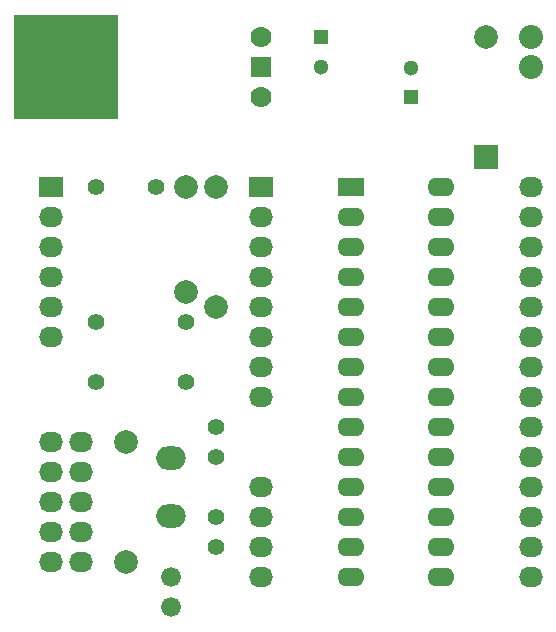
<source format=gbr>
G04 #@! TF.FileFunction,Soldermask,Bot*
%FSLAX46Y46*%
G04 Gerber Fmt 4.6, Leading zero omitted, Abs format (unit mm)*
G04 Created by KiCad (PCBNEW (2015-04-05 BZR 5577)-product) date 17-04-2015 10:44:10*
%MOMM*%
G01*
G04 APERTURE LIST*
%ADD10C,0.100000*%
%ADD11O,2.032000X1.727200*%
%ADD12R,2.032000X1.727200*%
%ADD13O,2.032000X2.032000*%
%ADD14C,1.300000*%
%ADD15R,1.300000X1.300000*%
%ADD16C,1.397000*%
%ADD17C,1.676400*%
%ADD18O,2.286000X1.574800*%
%ADD19R,2.286000X1.574800*%
%ADD20C,1.998980*%
%ADD21R,8.890000X8.890000*%
%ADD22C,1.778000*%
%ADD23R,1.778000X1.778000*%
%ADD24O,2.499360X1.998980*%
%ADD25R,1.998980X1.998980*%
G04 APERTURE END LIST*
D10*
D11*
X40640000Y-62230000D03*
X40640000Y-64770000D03*
X40640000Y-67310000D03*
X40640000Y-69850000D03*
X40640000Y-72390000D03*
X38100000Y-62230000D03*
X38100000Y-64770000D03*
X38100000Y-67310000D03*
X38100000Y-69850000D03*
X38100000Y-72390000D03*
D12*
X38100000Y-40640000D03*
D11*
X38100000Y-43180000D03*
X38100000Y-45720000D03*
X38100000Y-48260000D03*
X38100000Y-50800000D03*
X38100000Y-53340000D03*
D12*
X55880000Y-40640000D03*
D11*
X55880000Y-43180000D03*
X55880000Y-45720000D03*
X55880000Y-48260000D03*
X55880000Y-50800000D03*
X55880000Y-53340000D03*
X55880000Y-55880000D03*
X55880000Y-58420000D03*
D13*
X78740000Y-27940000D03*
X78740000Y-30480000D03*
D11*
X55880000Y-66040000D03*
X55880000Y-68580000D03*
X55880000Y-71120000D03*
X55880000Y-73660000D03*
X78740000Y-73660000D03*
X78740000Y-71120000D03*
X78740000Y-68580000D03*
X78740000Y-66040000D03*
X78740000Y-63500000D03*
X78740000Y-60960000D03*
X78740000Y-58420000D03*
X78740000Y-55880000D03*
X78740000Y-53340000D03*
X78740000Y-50800000D03*
X78740000Y-48260000D03*
X78740000Y-45720000D03*
X78740000Y-43180000D03*
X78740000Y-40640000D03*
D14*
X68580000Y-30520000D03*
D15*
X68580000Y-33020000D03*
D14*
X60960000Y-30440000D03*
D15*
X60960000Y-27940000D03*
D16*
X52070000Y-68580000D03*
X52070000Y-71120000D03*
X52070000Y-63500000D03*
X52070000Y-60960000D03*
D17*
X48260000Y-76200000D03*
X48260000Y-73660000D03*
D18*
X63500000Y-43180000D03*
X63500000Y-45720000D03*
X63500000Y-48260000D03*
X63500000Y-50800000D03*
X63500000Y-53340000D03*
X63500000Y-55880000D03*
X63500000Y-58420000D03*
X63500000Y-60960000D03*
X63500000Y-63500000D03*
X63500000Y-66040000D03*
X63500000Y-68580000D03*
X63500000Y-71120000D03*
X63500000Y-73660000D03*
D19*
X63500000Y-40640000D03*
D18*
X71120000Y-73660000D03*
X71120000Y-71120000D03*
X71120000Y-68580000D03*
X71120000Y-66040000D03*
X71120000Y-63500000D03*
X71120000Y-60960000D03*
X71120000Y-58420000D03*
X71120000Y-55880000D03*
X71120000Y-53340000D03*
X71120000Y-50800000D03*
X71120000Y-48260000D03*
X71120000Y-45720000D03*
X71120000Y-43180000D03*
X71120000Y-40640000D03*
D20*
X44450000Y-72390000D03*
X44450000Y-62230000D03*
X52070000Y-50800000D03*
X52070000Y-40640000D03*
D16*
X49530000Y-52070000D03*
X49530000Y-57150000D03*
X41910000Y-52070000D03*
X41910000Y-57150000D03*
D21*
X39370000Y-30480000D03*
D22*
X55880000Y-33020000D03*
D23*
X55880000Y-30480000D03*
D22*
X55880000Y-27940000D03*
D24*
X48260000Y-68480940D03*
X48260000Y-63599060D03*
D16*
X46990000Y-40640000D03*
X41910000Y-40640000D03*
D20*
X74930000Y-27940000D03*
D25*
X74930000Y-38100000D03*
D20*
X49530000Y-49530000D03*
X49530000Y-40640000D03*
M02*

</source>
